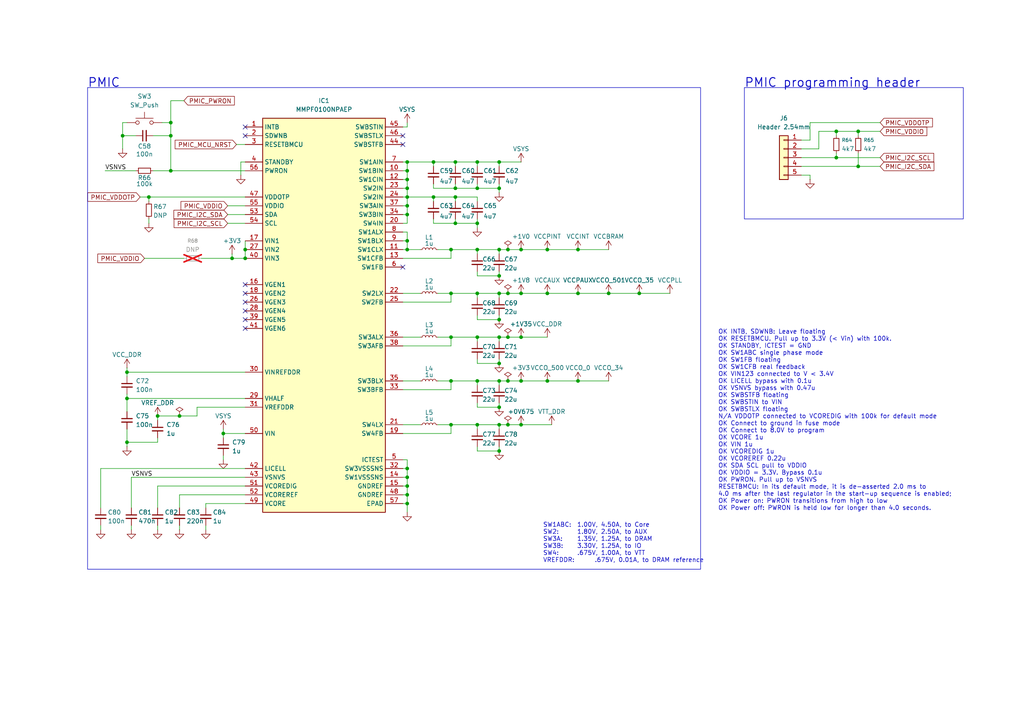
<source format=kicad_sch>
(kicad_sch (version 20250114) (generator "eeschema") (generator_version "9.0")
  (paper "A4")
  (title_block (title "FPGA Zynq7000 Dev Board") (date "2025-07-10") (rev "A"))
  (lib_symbols
    (symbol "Connector_Generic:Conn_01x05" (pin_names (offset 1.016) (hide yes))
      (property "Reference" "J" (at 0 7.62 0))
      (property "Value" "Conn_01x05" (at 0 -7.62 0))
      (symbol "Conn_01x05_1_1"
        (rectangle (start -1.27 6.35) (end 1.27 -6.35) (stroke (width 0.254)) (fill (type background)))
        (rectangle (start -1.27 5.207) (end 0 4.953) (stroke (width 0.1524)))
        (rectangle (start -1.27 2.667) (end 0 2.413) (stroke (width 0.1524)))
        (rectangle (start -1.27 0.127) (end 0 -0.127) (stroke (width 0.1524)))
        (rectangle (start -1.27 -2.413) (end 0 -2.667) (stroke (width 0.1524)))
        (rectangle (start -1.27 -4.953) (end 0 -5.207) (stroke (width 0.1524)))
        (pin passive line (at -5.08 5.08 0) (length 3.81) (name "Pin_1") (number "1"))
        (pin passive line (at -5.08 2.54 0) (length 3.81) (name "Pin_2") (number "2"))
        (pin passive line (at -5.08 0 0) (length 3.81) (name "Pin_3") (number "3"))
        (pin passive line (at -5.08 -2.54 0) (length 3.81) (name "Pin_4") (number "4"))
        (pin passive line (at -5.08 -5.08 0) (length 3.81) (name "Pin_5") (number "5"))
      )
    )
    (symbol "Custom:MMPF0100NPAEP"
      (property "Reference" "IC" (at 46.99 20.32 0))
      (property "Value" "MMPF0100NPAEP" (at 46.99 17.78 0))
      (symbol "MMPF0100NPAEP_1_1"
        (rectangle (start 0 0) (end 35.56 -114.3) (stroke (width 0.254)) (fill (type background)))
        (pin passive line (at -5.08 -2.54 0) (length 5.08) (name "INTB") (number "1"))
        (pin passive line (at -5.08 -5.08 0) (length 5.08) (name "SDWNB") (number "2"))
        (pin passive line (at -5.08 -7.62 0) (length 5.08) (name "RESETBMCU") (number "3"))
        (pin passive line (at -5.08 -12.7 0) (length 5.08) (name "STANDBY") (number "4"))
        (pin passive line (at -5.08 -15.24 0) (length 5.08) (name "PWRON") (number "56"))
        (pin passive line (at -5.08 -22.86 0) (length 5.08) (name "VDDOTP") (number "47"))
        (pin passive line (at -5.08 -25.4 0) (length 5.08) (name "VDDIO") (number "55"))
        (pin passive line (at -5.08 -27.94 0) (length 5.08) (name "SDA") (number "53"))
        (pin passive line (at -5.08 -30.48 0) (length 5.08) (name "SCL") (number "54"))
        (pin passive line (at -5.08 -35.56 0) (length 5.08) (name "VIN1") (number "17"))
        (pin passive line (at -5.08 -38.1 0) (length 5.08) (name "VIN2") (number "27"))
        (pin passive line (at -5.08 -40.64 0) (length 5.08) (name "VIN3") (number "40"))
        (pin passive line (at -5.08 -48.26 0) (length 5.08) (name "VGEN1") (number "16"))
        (pin passive line (at -5.08 -50.8 0) (length 5.08) (name "VGEN2") (number "18"))
        (pin passive line (at -5.08 -53.34 0) (length 5.08) (name "VGEN3") (number "26"))
        (pin passive line (at -5.08 -55.88 0) (length 5.08) (name "VGEN4") (number "28"))
        (pin passive line (at -5.08 -58.42 0) (length 5.08) (name "VGEN5") (number "39"))
        (pin passive line (at -5.08 -60.96 0) (length 5.08) (name "VGEN6") (number "41"))
        (pin passive line (at -5.08 -73.66 0) (length 5.08) (name "VINREFDDR") (number "30"))
        (pin passive line (at -5.08 -81.28 0) (length 5.08) (name "VHALF") (number "29"))
        (pin passive line (at -5.08 -83.82 0) (length 5.08) (name "VREFDDR") (number "31"))
        (pin passive line (at -5.08 -91.44 0) (length 5.08) (name "VIN") (number "50"))
        (pin passive line (at -5.08 -101.6 0) (length 5.08) (name "LICELL") (number "42"))
        (pin passive line (at -5.08 -104.14 0) (length 5.08) (name "VSNVS") (number "43"))
        (pin passive line (at -5.08 -106.68 0) (length 5.08) (name "VCOREDIG") (number "51"))
        (pin passive line (at -5.08 -109.22 0) (length 5.08) (name "VCOREREF") (number "52"))
        (pin passive line (at -5.08 -111.76 0) (length 5.08) (name "VCORE") (number "49"))
        (pin passive line (at 40.64 -2.54 180) (length 5.08) (name "SWBSTIN") (number "45"))
        (pin passive line (at 40.64 -5.08 180) (length 5.08) (name "SWBSTLX") (number "46"))
        (pin passive line (at 40.64 -7.62 180) (length 5.08) (name "SWBSTFB") (number "44"))
        (pin passive line (at 40.64 -12.7 180) (length 5.08) (name "SW1AIN") (number "7"))
        (pin passive line (at 40.64 -15.24 180) (length 5.08) (name "SW1BIN") (number "10"))
        (pin passive line (at 40.64 -17.78 180) (length 5.08) (name "SW1CIN") (number "12"))
        (pin passive line (at 40.64 -20.32 180) (length 5.08) (name "SW2IN") (number "23"))
        (pin passive line (at 40.64 -22.86 180) (length 5.08) (name "SW2IN") (number "24"))
        (pin passive line (at 40.64 -25.4 180) (length 5.08) (name "SW3AIN") (number "37"))
        (pin passive line (at 40.64 -27.94 180) (length 5.08) (name "SW3BIN") (number "34"))
        (pin passive line (at 40.64 -30.48 180) (length 5.08) (name "SW4IN") (number "20"))
        (pin passive line (at 40.64 -33.02 180) (length 5.08) (name "SW1ALX") (number "8"))
        (pin passive line (at 40.64 -35.56 180) (length 5.08) (name "SW1BLX") (number "9"))
        (pin passive line (at 40.64 -38.1 180) (length 5.08) (name "SW1CLX") (number "11"))
        (pin passive line (at 40.64 -40.64 180) (length 5.08) (name "SW1CFB") (number "13"))
        (pin passive line (at 40.64 -43.18 180) (length 5.08) (name "SW1FB") (number "6"))
        (pin passive line (at 40.64 -50.8 180) (length 5.08) (name "SW2LX") (number "22"))
        (pin passive line (at 40.64 -53.34 180) (length 5.08) (name "SW2FB") (number "25"))
        (pin passive line (at 40.64 -63.5 180) (length 5.08) (name "SW3ALX") (number "36"))
        (pin passive line (at 40.64 -66.04 180) (length 5.08) (name "SW3AFB") (number "38"))
        (pin passive line (at 40.64 -76.2 180) (length 5.08) (name "SW3BLX") (number "35"))
        (pin passive line (at 40.64 -78.74 180) (length 5.08) (name "SW3BFB") (number "33"))
        (pin passive line (at 40.64 -88.9 180) (length 5.08) (name "SW4LX") (number "21"))
        (pin passive line (at 40.64 -91.44 180) (length 5.08) (name "SW4FB") (number "19"))
        (pin passive line (at 40.64 -99.06 180) (length 5.08) (name "ICTEST") (number "5"))
        (pin passive line (at 40.64 -101.6 180) (length 5.08) (name "SW3VSSSNS") (number "32"))
        (pin passive line (at 40.64 -104.14 180) (length 5.08) (name "SW1VSSSNS") (number "14"))
        (pin passive line (at 40.64 -106.68 180) (length 5.08) (name "GNDREF") (number "15"))
        (pin passive line (at 40.64 -109.22 180) (length 5.08) (name "GNDREF") (number "48"))
        (pin passive line (at 40.64 -111.76 180) (length 5.08) (name "EPAD") (number "57"))
      )
    )
    (symbol "Device:C_Small" (pin_numbers (hide yes)) (pin_names (offset 0.254) (hide yes))
      (property "Reference" "C" (at 0.254 1.778 0))
      (property "Value" "C_Small" (at 0.254 -2.032 0))
      (symbol "C_Small_0_1"
        (polyline (pts (xy -1.524 0.508) (xy 1.524 0.508)) (stroke (width 0.3048)))
        (polyline (pts (xy -1.524 -0.508) (xy 1.524 -0.508)) (stroke (width 0.3302)))
      )
      (symbol "C_Small_1_1"
        (pin passive line (at 0 2.54 270) (length 2.032) (name "~") (number "1"))
        (pin passive line (at 0 -2.54 90) (length 2.032) (name "~") (number "2"))
      )
    )
    (symbol "Device:L_Small" (pin_numbers (hide yes)) (pin_names (offset 0.254) (hide yes))
      (property "Reference" "L" (at 0.762 1.016 0))
      (property "Value" "L_Small" (at 0.762 -1.016 0))
      (symbol "L_Small_0_1"
        (arc (start 0 2.032) (mid 0.5058 1.524) (end 0 1.016))
        (arc (start 0 1.016) (mid 0.5058 0.508) (end 0 0))
        (arc (start 0 0) (mid 0.5058 -0.508) (end 0 -1.016))
        (arc (start 0 -1.016) (mid 0.5058 -1.524) (end 0 -2.032))
      )
      (symbol "L_Small_1_1"
        (pin passive line (at 0 2.54 270) (length 0.508) (name "~") (number "1"))
        (pin passive line (at 0 -2.54 90) (length 0.508) (name "~") (number "2"))
      )
    )
    (symbol "Device:R_Small" (pin_numbers (hide yes)) (pin_names (offset 0.254) (hide yes))
      (property "Reference" "R" (at 0 0 90))
      (property "Value" "R_Small" (at 1.778 0 90))
      (symbol "R_Small_0_1"
        (rectangle (start -0.762 1.778) (end 0.762 -1.778) (stroke (width 0.2032)))
      )
      (symbol "R_Small_1_1"
        (pin passive line (at 0 2.54 270) (length 0.762) (name "~") (number "1"))
        (pin passive line (at 0 -2.54 90) (length 0.762) (name "~") (number "2"))
      )
    )
    (symbol "Switch:SW_Push" (pin_numbers (hide yes)) (pin_names (offset 1.016) (hide yes))
      (property "Reference" "SW" (at 1.27 2.54 0))
      (property "Value" "SW_Push" (at 0 -1.524 0))
      (symbol "SW_Push_0_1"
        (circle (center -2.032 0) (radius 0.508))
        (polyline (pts (xy 0 1.27) (xy 0 3.048)))
        (circle (center 2.032 0) (radius 0.508))
        (polyline (pts (xy 2.54 1.27) (xy -2.54 1.27)))
        (pin passive line (at -5.08 0 0) (length 2.54) (name "1") (number "1"))
        (pin passive line (at 5.08 0 180) (length 2.54) (name "2") (number "2"))
      )
    )
    (symbol "power:+1V0" (power) (pin_numbers (hide yes)) (pin_names (offset 0) (hide yes))
      (property "Value" "+1V0" (at 0 3.556 0))
      (symbol "+1V0_0_1"
        (polyline (pts (xy -0.762 1.27) (xy 0 2.54)))
        (polyline (pts (xy 0 2.54) (xy 0.762 1.27)))
        (polyline (pts (xy 0 0) (xy 0 2.54)))
      )
      (symbol "+1V0_1_1"
        (pin power_in line (at 0 0 90) (length 0) (name "~") (number "1"))
      )
    )
    (symbol "power:+3V3" (power) (pin_numbers (hide yes)) (pin_names (offset 0) (hide yes))
      (property "Value" "+3V3" (at 0 3.556 0))
      (symbol "+3V3_0_1"
        (polyline (pts (xy -0.762 1.27) (xy 0 2.54)))
        (polyline (pts (xy 0 2.54) (xy 0.762 1.27)))
        (polyline (pts (xy 0 0) (xy 0 2.54)))
      )
      (symbol "+3V3_1_1"
        (pin power_in line (at 0 0 90) (length 0) (name "~") (number "1"))
      )
    )
    (symbol "power:GND" (power) (pin_numbers (hide yes)) (pin_names (offset 0) (hide yes))
      (property "Value" "GND" (at 0 -3.81 0))
      (symbol "GND_0_1"
        (polyline (pts (xy 0 0) (xy 0 -1.27) (xy 1.27 -1.27) (xy 0 -2.54) (xy -1.27 -1.27) (xy 0 -1.27)))
      )
      (symbol "GND_1_1"
        (pin power_in line (at 0 0 270) (length 0) (name "~") (number "1"))
      )
    )
    (symbol "power:PWR_FLAG" (power) (pin_numbers (hide yes)) (pin_names (offset 0) (hide yes))
      (property "Value" "PWR_FLAG" (at 0 3.81 0))
      (symbol "PWR_FLAG_0_0"
        (pin power_out line (at 0 0 90) (length 0) (name "~") (number "1"))
      )
      (symbol "PWR_FLAG_0_1"
        (polyline (pts (xy 0 0) (xy 0 1.27) (xy -1.016 1.905) (xy 0 2.54) (xy 1.016 1.905) (xy 0 1.27)))
      )
    )
    (symbol "power:VCC" (power) (pin_numbers (hide yes)) (pin_names (offset 0) (hide yes))
      (property "Value" "VCC" (at 0 3.556 0))
      (symbol "VCC_0_1"
        (polyline (pts (xy -0.762 1.27) (xy 0 2.54)))
        (polyline (pts (xy 0 2.54) (xy 0.762 1.27)))
        (polyline (pts (xy 0 0) (xy 0 2.54)))
      )
      (symbol "VCC_1_1"
        (pin power_in line (at 0 0 90) (length 0) (name "~") (number "1"))
      )
    )
  )
  (rectangle (start 215.9 25.4) (end 279.4 63.5))
  (rectangle (start 25.4 25.4) (end 203.2 165.1))
  (text "PMIC programming header" (at 215.9 24.13 0) (effects (font (size 2.54 2.54) (thickness 0.254) (bold yes)) (justify left)))
  (text "OK INTB, SDWNB: Leave floating\nOK RESETBMCU. Pull up to 3.3V (< Vin) with 100k.\nOK STANDBY, ICTEST = GND \nOK SW1ABC single phase mode\nOK SW1FB floating\nOK SW1CFB real feedback\nOK VIN123 connected to V < 3.4V\nOK LICELL bypass with 0.1u\nOK VSNVS bypass with 0.47u\nOK SWBSTFB floating\nOK SWBSTIN to VIN\nOK SWBSTLX floating\nN/A VDDOTP connected to VCOREDIG with 100k for default mode\nOK Connect to ground in fuse mode\nOK Connect to 8.0V to program\nOK VCORE 1u\nOK VIN 1u\nOK VCOREDIG 1u\nOK VCOREREF 0.22u\nOK SDA SCL pull to VDDIO\nOK VDDIO = 3.3V. Bypass 0.1u\nOK PWRON. Pull up to VSNVS\nRESETBMCU: In its default mode, it is de-asserted 2.0 ms to \n4.0 ms after the last regulator in the start-up sequence is enabled;\nOK Power on: PWRON transitions from high to low\nOK Power off: PWRON is held low for longer than 4.0 seconds." (at 208.28 121.92 0) (effects (font (size 1.27 1.27)) (justify left)))
  (text "PMIC" (at 25.4 24.13 0) (effects (font (size 2.54 2.54) (thickness 0.254) (bold yes)) (justify left)))
  (text "SW1ABC:	1.00V, 4.50A, to Core\nSW2:	1.80V, 2.50A, to AUX\nSW3A:	1.35V, 1.25A, to DRAM\nSW3B:	3.30V, 1.25A, to IO\nSW4:	.675V, 1.00A, to VTT\nVREFDDR:	.675V, 0.01A, to DRAM reference" (at 157.48 157.48 0) (effects (font (size 1.27 1.27)) (justify left)))
  (junction (at 176.53 85.09))
  (junction (at 118.11 69.85))
  (junction (at 144.78 72.39))
  (junction (at 167.64 85.09))
  (junction (at 158.75 85.09))
  (junction (at 125.73 57.15))
  (junction (at 36.83 128.27))
  (junction (at 138.43 54.61))
  (junction (at 167.64 72.39))
  (junction (at 130.81 110.49))
  (junction (at 49.53 49.53))
  (junction (at 242.57 45.72))
  (junction (at 138.43 72.39))
  (junction (at 138.43 110.49))
  (junction (at 144.78 110.49))
  (junction (at 151.13 72.39))
  (junction (at 49.53 39.37))
  (junction (at 132.08 46.99))
  (junction (at 36.83 107.95))
  (junction (at 118.11 57.15))
  (junction (at 144.78 54.61))
  (junction (at 125.73 46.99))
  (junction (at 71.12 72.39))
  (junction (at 118.11 52.07))
  (junction (at 144.78 85.09))
  (junction (at 130.81 85.09))
  (junction (at 144.78 118.11))
  (junction (at 36.83 115.57))
  (junction (at 43.18 57.15))
  (junction (at 130.81 123.19))
  (junction (at 118.11 72.39))
  (junction (at 144.78 46.99))
  (junction (at 151.13 110.49))
  (junction (at 118.11 143.51))
  (junction (at 147.32 110.49))
  (junction (at 132.08 64.77))
  (junction (at 144.78 130.81))
  (junction (at 118.11 146.05))
  (junction (at 144.78 80.01))
  (junction (at 138.43 46.99))
  (junction (at 118.11 138.43))
  (junction (at 151.13 85.09))
  (junction (at 144.78 92.71))
  (junction (at 144.78 123.19))
  (junction (at 64.77 125.73))
  (junction (at 147.32 123.19))
  (junction (at 151.13 97.79))
  (junction (at 35.56 39.37))
  (junction (at 71.12 74.93))
  (junction (at 158.75 72.39))
  (junction (at 242.57 38.1))
  (junction (at 151.13 123.19))
  (junction (at 144.78 105.41))
  (junction (at 138.43 123.19))
  (junction (at 138.43 97.79))
  (junction (at 138.43 85.09))
  (junction (at 118.11 135.89))
  (junction (at 130.81 97.79))
  (junction (at 52.07 120.65))
  (junction (at 67.31 74.93))
  (junction (at 45.72 120.65))
  (junction (at 147.32 85.09))
  (junction (at 130.81 72.39))
  (junction (at 118.11 46.99))
  (junction (at 118.11 140.97))
  (junction (at 118.11 54.61))
  (junction (at 118.11 59.69))
  (junction (at 147.32 97.79))
  (junction (at 118.11 49.53))
  (junction (at 185.42 85.09))
  (junction (at 132.08 57.15))
  (junction (at 49.53 35.56))
  (junction (at 248.92 48.26))
  (junction (at 144.78 97.79))
  (junction (at 132.08 54.61))
  (junction (at 147.32 72.39))
  (junction (at 138.43 64.77))
  (junction (at 167.64 110.49))
  (junction (at 118.11 62.23))
  (junction (at 158.75 110.49))
  (junction (at 248.92 38.1))
  (no_connect (at 71.12 95.25))
  (no_connect (at 71.12 39.37))
  (no_connect (at 71.12 36.83))
  (no_connect (at 71.12 82.55))
  (no_connect (at 71.12 87.63))
  (no_connect (at 71.12 85.09))
  (no_connect (at 116.84 77.47))
  (no_connect (at 71.12 90.17))
  (no_connect (at 116.84 39.37))
  (no_connect (at 116.84 41.91))
  (no_connect (at 71.12 92.71))
  (wire (pts (xy 138.43 104.14) (xy 138.43 105.41)))
  (wire (pts (xy 43.18 57.15) (xy 43.18 58.42)))
  (wire (pts (xy 242.57 44.45) (xy 242.57 45.72)))
  (wire (pts (xy 38.1 138.43) (xy 38.1 147.32)))
  (wire (pts (xy 138.43 64.77) (xy 132.08 64.77)))
  (wire (pts (xy 138.43 80.01) (xy 144.78 80.01)))
  (wire (pts (xy 130.81 100.33) (xy 130.81 97.79)))
  (wire (pts (xy 59.69 147.32) (xy 59.69 146.05)))
  (wire (pts (xy 116.84 54.61) (xy 118.11 54.61)))
  (wire (pts (xy 130.81 97.79) (xy 138.43 97.79)))
  (wire (pts (xy 144.78 72.39) (xy 144.78 73.66)))
  (wire (pts (xy 116.84 125.73) (xy 130.81 125.73)))
  (wire (pts (xy 118.11 146.05) (xy 118.11 143.51)))
  (wire (pts (xy 52.07 152.4) (xy 52.07 153.67)))
  (wire (pts (xy 118.11 133.35) (xy 118.11 135.89)))
  (wire (pts (xy 118.11 36.83) (xy 116.84 36.83)))
  (wire (pts (xy 151.13 72.39) (xy 147.32 72.39)))
  (wire (pts (xy 116.84 87.63) (xy 130.81 87.63)))
  (wire (pts (xy 57.15 120.65) (xy 57.15 118.11)))
  (wire (pts (xy 144.78 46.99) (xy 144.78 48.26)))
  (wire (pts (xy 132.08 57.15) (xy 138.43 57.15)))
  (wire (pts (xy 138.43 72.39) (xy 144.78 72.39)))
  (wire (pts (xy 116.84 85.09) (xy 121.92 85.09)))
  (wire (pts (xy 35.56 39.37) (xy 35.56 43.18)))
  (wire (pts (xy 29.21 152.4) (xy 29.21 153.67)))
  (wire (pts (xy 242.57 38.1) (xy 248.92 38.1)))
  (wire (pts (xy 176.53 85.09) (xy 185.42 85.09)))
  (wire (pts (xy 132.08 46.99) (xy 132.08 48.26)))
  (wire (pts (xy 118.11 148.59) (xy 118.11 146.05)))
  (wire (pts (xy 44.45 39.37) (xy 49.53 39.37)))
  (wire (pts (xy 138.43 116.84) (xy 138.43 118.11)))
  (wire (pts (xy 53.34 29.21) (xy 49.53 29.21)))
  (wire (pts (xy 116.84 113.03) (xy 130.81 113.03)))
  (wire (pts (xy 138.43 64.77) (xy 138.43 66.04)))
  (wire (pts (xy 66.04 64.77) (xy 71.12 64.77)))
  (wire (pts (xy 234.95 50.8) (xy 232.41 50.8)))
  (wire (pts (xy 116.84 138.43) (xy 118.11 138.43)))
  (wire (pts (xy 116.84 72.39) (xy 118.11 72.39)))
  (wire (pts (xy 237.49 38.1) (xy 242.57 38.1)))
  (wire (pts (xy 116.84 123.19) (xy 121.92 123.19)))
  (wire (pts (xy 125.73 57.15) (xy 132.08 57.15)))
  (wire (pts (xy 52.07 120.65) (xy 57.15 120.65)))
  (wire (pts (xy 118.11 57.15) (xy 125.73 57.15)))
  (wire (pts (xy 66.04 62.23) (xy 71.12 62.23)))
  (wire (pts (xy 138.43 85.09) (xy 138.43 86.36)))
  (wire (pts (xy 127 72.39) (xy 130.81 72.39)))
  (wire (pts (xy 116.84 49.53) (xy 118.11 49.53)))
  (wire (pts (xy 130.81 74.93) (xy 130.81 72.39)))
  (wire (pts (xy 138.43 129.54) (xy 138.43 130.81)))
  (wire (pts (xy 64.77 124.46) (xy 64.77 125.73)))
  (wire (pts (xy 45.72 147.32) (xy 45.72 140.97)))
  (wire (pts (xy 144.78 104.14) (xy 144.78 105.41)))
  (wire (pts (xy 127 85.09) (xy 130.81 85.09)))
  (wire (pts (xy 71.12 135.89) (xy 29.21 135.89)))
  (wire (pts (xy 49.53 35.56) (xy 49.53 39.37)))
  (wire (pts (xy 118.11 143.51) (xy 118.11 140.97)))
  (wire (pts (xy 144.78 110.49) (xy 144.78 111.76)))
  (wire (pts (xy 30.48 49.53) (xy 39.37 49.53)))
  (wire (pts (xy 138.43 46.99) (xy 138.43 48.26)))
  (wire (pts (xy 118.11 57.15) (xy 118.11 59.69)))
  (wire (pts (xy 36.83 107.95) (xy 36.83 109.22)))
  (wire (pts (xy 167.64 110.49) (xy 176.53 110.49)))
  (wire (pts (xy 144.78 123.19) (xy 144.78 124.46)))
  (wire (pts (xy 147.32 97.79) (xy 144.78 97.79)))
  (wire (pts (xy 36.83 128.27) (xy 45.72 128.27)))
  (wire (pts (xy 151.13 123.19) (xy 160.02 123.19)))
  (wire (pts (xy 132.08 64.77) (xy 125.73 64.77)))
  (wire (pts (xy 127 123.19) (xy 130.81 123.19)))
  (wire (pts (xy 36.83 124.46) (xy 36.83 128.27)))
  (wire (pts (xy 242.57 45.72) (xy 255.27 45.72)))
  (wire (pts (xy 116.84 46.99) (xy 118.11 46.99)))
  (wire (pts (xy 232.41 45.72) (xy 242.57 45.72)))
  (wire (pts (xy 64.77 127) (xy 64.77 125.73)))
  (wire (pts (xy 138.43 110.49) (xy 144.78 110.49)))
  (wire (pts (xy 116.84 52.07) (xy 118.11 52.07)))
  (wire (pts (xy 138.43 92.71) (xy 144.78 92.71)))
  (wire (pts (xy 138.43 110.49) (xy 138.43 111.76)))
  (wire (pts (xy 138.43 72.39) (xy 138.43 73.66)))
  (wire (pts (xy 66.04 59.69) (xy 71.12 59.69)))
  (wire (pts (xy 118.11 62.23) (xy 118.11 64.77)))
  (wire (pts (xy 138.43 46.99) (xy 144.78 46.99)))
  (wire (pts (xy 130.81 87.63) (xy 130.81 85.09)))
  (wire (pts (xy 158.75 85.09) (xy 167.64 85.09)))
  (wire (pts (xy 46.99 35.56) (xy 49.53 35.56)))
  (wire (pts (xy 49.53 39.37) (xy 49.53 49.53)))
  (wire (pts (xy 132.08 63.5) (xy 132.08 64.77)))
  (wire (pts (xy 118.11 54.61) (xy 118.11 57.15)))
  (wire (pts (xy 116.84 57.15) (xy 118.11 57.15)))
  (wire (pts (xy 45.72 121.92) (xy 45.72 120.65)))
  (wire (pts (xy 158.75 72.39) (xy 167.64 72.39)))
  (wire (pts (xy 151.13 97.79) (xy 158.75 97.79)))
  (wire (pts (xy 130.81 125.73) (xy 130.81 123.19)))
  (wire (pts (xy 59.69 152.4) (xy 59.69 153.67)))
  (wire (pts (xy 116.84 59.69) (xy 118.11 59.69)))
  (wire (pts (xy 118.11 140.97) (xy 118.11 138.43)))
  (wire (pts (xy 118.11 46.99) (xy 118.11 49.53)))
  (wire (pts (xy 116.84 100.33) (xy 130.81 100.33)))
  (wire (pts (xy 35.56 35.56) (xy 36.83 35.56)))
  (wire (pts (xy 52.07 147.32) (xy 52.07 143.51)))
  (wire (pts (xy 151.13 97.79) (xy 147.32 97.79)))
  (wire (pts (xy 125.73 46.99) (xy 132.08 46.99)))
  (wire (pts (xy 116.84 62.23) (xy 118.11 62.23)))
  (wire (pts (xy 59.69 146.05) (xy 71.12 146.05)))
  (wire (pts (xy 138.43 85.09) (xy 144.78 85.09)))
  (wire (pts (xy 237.49 38.1) (xy 237.49 43.18)))
  (wire (pts (xy 144.78 110.49) (xy 147.32 110.49)))
  (wire (pts (xy 185.42 85.09) (xy 194.31 85.09)))
  (wire (pts (xy 144.78 97.79) (xy 144.78 99.06)))
  (wire (pts (xy 144.78 85.09) (xy 144.78 86.36)))
  (wire (pts (xy 118.11 69.85) (xy 118.11 72.39)))
  (wire (pts (xy 158.75 110.49) (xy 167.64 110.49)))
  (wire (pts (xy 151.13 85.09) (xy 147.32 85.09)))
  (wire (pts (xy 36.83 128.27) (xy 36.83 129.54)))
  (wire (pts (xy 38.1 152.4) (xy 38.1 153.67)))
  (wire (pts (xy 52.07 143.51) (xy 71.12 143.51)))
  (wire (pts (xy 36.83 107.95) (xy 71.12 107.95)))
  (wire (pts (xy 45.72 152.4) (xy 45.72 153.67)))
  (wire (pts (xy 41.91 74.93) (xy 53.34 74.93)))
  (wire (pts (xy 36.83 115.57) (xy 71.12 115.57)))
  (wire (pts (xy 36.83 106.68) (xy 36.83 107.95)))
  (wire (pts (xy 147.32 85.09) (xy 144.78 85.09)))
  (wire (pts (xy 125.73 54.61) (xy 125.73 53.34)))
  (wire (pts (xy 38.1 138.43) (xy 71.12 138.43)))
  (wire (pts (xy 144.78 78.74) (xy 144.78 80.01)))
  (wire (pts (xy 116.84 64.77) (xy 118.11 64.77)))
  (wire (pts (xy 232.41 43.18) (xy 237.49 43.18)))
  (wire (pts (xy 144.78 46.99) (xy 151.13 46.99)))
  (wire (pts (xy 151.13 110.49) (xy 158.75 110.49)))
  (wire (pts (xy 67.31 74.93) (xy 67.31 73.66)))
  (wire (pts (xy 36.83 115.57) (xy 36.83 119.38)))
  (wire (pts (xy 116.84 146.05) (xy 118.11 146.05)))
  (wire (pts (xy 67.31 74.93) (xy 71.12 74.93)))
  (wire (pts (xy 71.12 72.39) (xy 71.12 74.93)))
  (wire (pts (xy 127 97.79) (xy 130.81 97.79)))
  (wire (pts (xy 45.72 128.27) (xy 45.72 127)))
  (wire (pts (xy 116.84 97.79) (xy 121.92 97.79)))
  (wire (pts (xy 116.84 67.31) (xy 118.11 67.31)))
  (wire (pts (xy 43.18 63.5) (xy 43.18 64.77)))
  (wire (pts (xy 232.41 48.26) (xy 248.92 48.26)))
  (wire (pts (xy 151.13 85.09) (xy 158.75 85.09)))
  (wire (pts (xy 71.12 72.39) (xy 71.12 69.85)))
  (wire (pts (xy 248.92 48.26) (xy 255.27 48.26)))
  (wire (pts (xy 118.11 72.39) (xy 121.92 72.39)))
  (wire (pts (xy 40.64 57.15) (xy 43.18 57.15)))
  (wire (pts (xy 36.83 114.3) (xy 36.83 115.57)))
  (wire (pts (xy 49.53 49.53) (xy 71.12 49.53)))
  (wire (pts (xy 68.58 41.91) (xy 71.12 41.91)))
  (wire (pts (xy 118.11 59.69) (xy 118.11 62.23)))
  (wire (pts (xy 130.81 113.03) (xy 130.81 110.49)))
  (wire (pts (xy 151.13 72.39) (xy 158.75 72.39)))
  (wire (pts (xy 147.32 110.49) (xy 151.13 110.49)))
  (wire (pts (xy 130.81 110.49) (xy 138.43 110.49)))
  (wire (pts (xy 248.92 44.45) (xy 248.92 48.26)))
  (wire (pts (xy 138.43 54.61) (xy 144.78 54.61)))
  (wire (pts (xy 167.64 85.09) (xy 176.53 85.09)))
  (wire (pts (xy 116.84 143.51) (xy 118.11 143.51)))
  (wire (pts (xy 116.84 110.49) (xy 121.92 110.49)))
  (wire (pts (xy 44.45 49.53) (xy 49.53 49.53)))
  (wire (pts (xy 116.84 140.97) (xy 118.11 140.97)))
  (wire (pts (xy 138.43 123.19) (xy 144.78 123.19)))
  (wire (pts (xy 138.43 91.44) (xy 138.43 92.71)))
  (wire (pts (xy 144.78 116.84) (xy 144.78 118.11)))
  (wire (pts (xy 144.78 91.44) (xy 144.78 92.71)))
  (wire (pts (xy 35.56 35.56) (xy 35.56 39.37)))
  (wire (pts (xy 125.73 46.99) (xy 125.73 48.26)))
  (wire (pts (xy 167.64 72.39) (xy 176.53 72.39)))
  (wire (pts (xy 138.43 123.19) (xy 138.43 124.46)))
  (wire (pts (xy 138.43 54.61) (xy 132.08 54.61)))
  (wire (pts (xy 234.95 52.07) (xy 234.95 50.8)))
  (wire (pts (xy 132.08 53.34) (xy 132.08 54.61)))
  (wire (pts (xy 138.43 53.34) (xy 138.43 54.61)))
  (wire (pts (xy 57.15 118.11) (xy 71.12 118.11)))
  (wire (pts (xy 138.43 130.81) (xy 144.78 130.81)))
  (wire (pts (xy 130.81 72.39) (xy 138.43 72.39)))
  (wire (pts (xy 255.27 38.1) (xy 248.92 38.1)))
  (wire (pts (xy 132.08 57.15) (xy 132.08 58.42)))
  (wire (pts (xy 234.95 35.56) (xy 234.95 40.64)))
  (wire (pts (xy 118.11 52.07) (xy 118.11 54.61)))
  (wire (pts (xy 151.13 123.19) (xy 147.32 123.19)))
  (wire (pts (xy 234.95 40.64) (xy 232.41 40.64)))
  (wire (pts (xy 118.11 135.89) (xy 116.84 135.89)))
  (wire (pts (xy 49.53 29.21) (xy 49.53 35.56)))
  (wire (pts (xy 242.57 38.1) (xy 242.57 39.37)))
  (wire (pts (xy 64.77 125.73) (xy 71.12 125.73)))
  (wire (pts (xy 248.92 38.1) (xy 248.92 39.37)))
  (wire (pts (xy 144.78 54.61) (xy 144.78 55.88)))
  (wire (pts (xy 138.43 58.42) (xy 138.43 57.15)))
  (wire (pts (xy 64.77 132.08) (xy 64.77 133.35)))
  (wire (pts (xy 147.32 123.19) (xy 144.78 123.19)))
  (wire (pts (xy 125.73 57.15) (xy 125.73 58.42)))
  (wire (pts (xy 69.85 46.99) (xy 71.12 46.99)))
  (wire (pts (xy 45.72 140.97) (xy 71.12 140.97)))
  (wire (pts (xy 255.27 35.56) (xy 234.95 35.56)))
  (wire (pts (xy 116.84 69.85) (xy 118.11 69.85)))
  (wire (pts (xy 138.43 63.5) (xy 138.43 64.77)))
  (wire (pts (xy 138.43 78.74) (xy 138.43 80.01)))
  (wire (pts (xy 147.32 72.39) (xy 144.78 72.39)))
  (wire (pts (xy 130.81 123.19) (xy 138.43 123.19)))
  (wire (pts (xy 132.08 46.99) (xy 138.43 46.99)))
  (wire (pts (xy 118.11 46.99) (xy 125.73 46.99)))
  (wire (pts (xy 118.11 35.56) (xy 118.11 36.83)))
  (wire (pts (xy 29.21 135.89) (xy 29.21 147.32)))
  (wire (pts (xy 116.84 133.35) (xy 118.11 133.35)))
  (wire (pts (xy 118.11 138.43) (xy 118.11 135.89)))
  (wire (pts (xy 118.11 49.53) (xy 118.11 52.07)))
  (wire (pts (xy 138.43 97.79) (xy 144.78 97.79)))
  (wire (pts (xy 138.43 118.11) (xy 144.78 118.11)))
  (wire (pts (xy 35.56 39.37) (xy 39.37 39.37)))
  (wire (pts (xy 69.85 50.8) (xy 69.85 46.99)))
  (wire (pts (xy 45.72 120.65) (xy 52.07 120.65)))
  (wire (pts (xy 58.42 74.93) (xy 67.31 74.93)))
  (wire (pts (xy 43.18 57.15) (xy 71.12 57.15)))
  (wire (pts (xy 127 110.49) (xy 130.81 110.49)))
  (wire (pts (xy 132.08 54.61) (xy 125.73 54.61)))
  (wire (pts (xy 130.81 85.09) (xy 138.43 85.09)))
  (wire (pts (xy 138.43 105.41) (xy 144.78 105.41)))
  (wire (pts (xy 116.84 74.93) (xy 130.81 74.93)))
  (wire (pts (xy 118.11 67.31) (xy 118.11 69.85)))
  (wire (pts (xy 125.73 64.77) (xy 125.73 63.5)))
  (wire (pts (xy 138.43 97.79) (xy 138.43 99.06)))
  (wire (pts (xy 144.78 53.34) (xy 144.78 54.61)))
  (wire (pts (xy 144.78 129.54) (xy 144.78 130.81)))
  (label "VSNVS" (at 30.48 49.53 0))
  (label "VSNVS" (at 38.1 138.43 0))
  (global_label "PMIC_MCU_NRST" (shape input) (at 68.58 41.91 180) (property "Intersheetrefs" "${INTERSHEET_REFS}" (effects (hide yes))))
  (global_label "PMIC_I2C_SDA" (shape input) (at 255.27 48.26 0) (property "Intersheetrefs" "${INTERSHEET_REFS}" (effects (hide yes))))
  (global_label "PMIC_VDDIO" (shape input) (at 41.91 74.93 180) (property "Intersheetrefs" "${INTERSHEET_REFS}" (effects (hide yes))))
  (global_label "PMIC_I2C_SCL" (shape input) (at 255.27 45.72 0) (property "Intersheetrefs" "${INTERSHEET_REFS}" (effects (hide yes))))
  (global_label "PMIC_VDDOTP" (shape input) (at 255.27 35.56 0) (property "Intersheetrefs" "${INTERSHEET_REFS}" (effects (hide yes))))
  (global_label "PMIC_VDDIO" (shape input) (at 255.27 38.1 0) (property "Intersheetrefs" "${INTERSHEET_REFS}" (effects (hide yes))))
  (global_label "PMIC_VDDIO" (shape input) (at 66.04 59.69 180) (property "Intersheetrefs" "${INTERSHEET_REFS}" (effects (hide yes))))
  (global_label "PMIC_I2C_SDA" (shape input) (at 66.04 62.23 180) (property "Intersheetrefs" "${INTERSHEET_REFS}" (effects (hide yes))))
  (global_label "PMIC_VDDOTP" (shape input) (at 40.64 57.15 180) (property "Intersheetrefs" "${INTERSHEET_REFS}" (effects (hide yes))))
  (global_label "PMIC_I2C_SCL" (shape input) (at 66.04 64.77 180) (property "Intersheetrefs" "${INTERSHEET_REFS}" (effects (hide yes))))
  (global_label "PMIC_PWRON" (shape input) (at 53.34 29.21 0) (property "Intersheetrefs" "${INTERSHEET_REFS}" (effects (hide yes))))
  (symbol (lib_id "Device:R_Small") (at 43.18 60.96 0) (mirror y) (unit 1)
    (property "Reference" "R67" (at 44.45 59.944 0) (effects (justify right)))
    (property "Value" "DNP" (at 44.45 62.484 0) (effects (justify right)))
    (property "Footprint" "Resistor_SMD:R_0402_1005Metric" (effects (hide yes)))
    (property "Description" "Resistor, small symbol" (effects (hide yes)))
  )
  (symbol (lib_id "power:+1V0") (at 151.13 110.49 0) (unit 1)
    (property "Reference" "#PWR095" (effects (hide yes)))
    (property "Value" "+3V3" (at 151.13 106.68 0))
    (property "Description" "Power symbol creates a global label with name \"+1V0\"" (effects (hide yes)))
  )
  (symbol (lib_id "power:GND") (at 138.43 66.04 0) (unit 1)
    (property "Reference" "#PWR077" (effects (hide yes)))
    (property "Value" "GND" (effects (hide yes)))
    (property "Description" "Power symbol creates a global label with name \"GND\" , ground" (effects (hide yes)))
  )
  (symbol (lib_id "Device:C_Small") (at 144.78 114.3 0) (unit 1)
    (property "Reference" "C74" (at 146.2572 113.2914 0) (effects (justify left)))
    (property "Value" "22u" (at 146.2572 115.8314 0) (effects (justify left)))
    (property "Footprint" "Capacitor_SMD:C_0603_1608Metric" (effects (hide yes)))
    (property "Description" "Unpolarized capacitor, small symbol" (effects (hide yes)))
  )
  (symbol (lib_id "Switch:SW_Push") (at 41.91 35.56 0) (unit 1)
    (property "Reference" "SW3" (at 41.91 27.94 0))
    (property "Value" "SW_Push" (at 41.91 30.48 0))
    (property "Footprint" "Button_Switch_SMD:SW_Push_1P1T_NO_Vertical_Wuerth_434133025816" (effects (hide yes)))
    (property "Description" "Push button switch, generic, two pins" (effects (hide yes)))
  )
  (symbol (lib_id "power:+1V0") (at 151.13 72.39 0) (unit 1)
    (property "Reference" "#PWR078" (effects (hide yes)))
    (property "Value" "+1V0" (at 151.13 68.58 0))
    (property "Description" "Power symbol creates a global label with name \"+1V0\"" (effects (hide yes)))
  )
  (symbol (lib_id "power:GND") (at 144.78 130.81 0) (unit 1)
    (property "Reference" "#PWR0105" (effects (hide yes)))
    (property "Value" "GND" (effects (hide yes)))
    (property "Description" "Power symbol creates a global label with name \"GND\" , ground" (effects (hide yes)))
  )
  (symbol (lib_id "power:+1V0") (at 160.02 123.19 0) (unit 1)
    (property "Reference" "#PWR0102" (effects (hide yes)))
    (property "Value" "VTT_DDR" (at 160.02 119.38 0))
    (property "Description" "Power symbol creates a global label with name \"+1V0\"" (effects (hide yes)))
  )
  (symbol (lib_id "Device:C_Small") (at 132.08 50.8 0) (unit 1)
    (property "Reference" "C60" (at 133.858 49.53 0) (effects (justify left)))
    (property "Value" "4u7" (at 133.858 52.578 0) (effects (justify left)))
    (property "Footprint" "Capacitor_SMD:C_0402_1005Metric" (effects (hide yes)))
    (property "Description" "Unpolarized capacitor, small symbol" (effects (hide yes)))
  )
  (symbol (lib_id "Device:L_Small") (at 124.46 123.19 90) (unit 1)
    (property "Reference" "L5" (at 124.46 119.634 90))
    (property "Value" "1u" (at 124.46 121.412 90))
    (property "Footprint" "Inductor_SMD:L_Chilisin_BMRA00040420" (effects (hide yes)))
    (property "Description" "Inductor, small symbol" (effects (hide yes)))
  )
  (symbol (lib_id "power:PWR_FLAG") (at 147.32 110.49 0) (unit 1)
    (property "Reference" "#FLG07" (effects (hide yes)))
    (property "Value" "PWR_FLAG" (effects (hide yes)))
    (property "Description" "Special symbol for telling ERC where power comes from" (effects (hide yes)))
  )
  (symbol (lib_id "power:GND") (at 144.78 92.71 0) (unit 1)
    (property "Reference" "#PWR090" (effects (hide yes)))
    (property "Value" "GND" (effects (hide yes)))
    (property "Description" "Power symbol creates a global label with name \"GND\" , ground" (effects (hide yes)))
  )
  (symbol (lib_id "power:+1V0") (at 194.31 85.09 0) (unit 1)
    (property "Reference" "#PWR089" (effects (hide yes)))
    (property "Value" "VCCPLL" (at 194.31 81.28 0))
    (property "Description" "Power symbol creates a global label with name \"+1V0\"" (effects (hide yes)))
  )
  (symbol (lib_id "Device:C_Small") (at 138.43 88.9 0) (unit 1)
    (property "Reference" "C68" (at 139.9072 87.8914 0) (effects (justify left)))
    (property "Value" "22u" (at 139.9072 90.4314 0) (effects (justify left)))
    (property "Footprint" "Capacitor_SMD:C_0603_1608Metric" (effects (hide yes)))
    (property "Description" "Unpolarized capacitor, small symbol" (effects (hide yes)))
  )
  (symbol (lib_id "Device:C_Small") (at 138.43 76.2 0) (unit 1)
    (property "Reference" "C66" (at 139.9072 75.1914 0) (effects (justify left)))
    (property "Value" "22u" (at 139.9072 77.7314 0) (effects (justify left)))
    (property "Footprint" "Capacitor_SMD:C_0603_1608Metric" (effects (hide yes)))
    (property "Description" "Unpolarized capacitor, small symbol" (effects (hide yes)))
  )
  (symbol (lib_id "power:GND") (at 234.95 52.07 0) (unit 1)
    (property "Reference" "#PWR074" (effects (hide yes)))
    (property "Value" "GND" (effects (hide yes)))
    (property "Description" "Power symbol creates a global label with name \"GND\" , ground" (effects (hide yes)))
  )
  (symbol (lib_id "power:GND") (at 38.1 153.67 0) (unit 1)
    (property "Reference" "#PWR0109" (effects (hide yes)))
    (property "Value" "GND" (effects (hide yes)))
    (property "Description" "Power symbol creates a global label with name \"GND\" , ground" (effects (hide yes)))
  )
  (symbol (lib_id "power:VCC") (at 151.13 46.99 0) (unit 1)
    (property "Reference" "#PWR072" (effects (hide yes)))
    (property "Value" "VSYS" (at 151.13 43.18 0))
    (property "Description" "Power symbol creates a global label with name \"VCC\"" (effects (hide yes)))
  )
  (symbol (lib_id "power:+1V0") (at 151.13 123.19 0) (unit 1)
    (property "Reference" "#PWR0101" (effects (hide yes)))
    (property "Value" "+0V675" (at 151.13 119.38 0))
    (property "Description" "Power symbol creates a global label with name \"+1V0\"" (effects (hide yes)))
  )
  (symbol (lib_id "power:+1V0") (at 176.53 72.39 0) (unit 1)
    (property "Reference" "#PWR081" (effects (hide yes)))
    (property "Value" "VCCBRAM" (at 176.53 68.58 0))
    (property "Description" "Power symbol creates a global label with name \"+1V0\"" (effects (hide yes)))
  )
  (symbol (lib_id "Connector_Generic:Conn_01x05") (at 227.33 45.72 0) (mirror y) (unit 1)
    (property "Reference" "J6" (at 227.33 34.29 0))
    (property "Value" "Header 2.54mm" (at 227.33 36.83 0))
    (property "Footprint" "Connector_PinHeader_2.54mm:PinHeader_1x05_P2.54mm_Vertical" (effects (hide yes)))
    (property "Description" "Generic connector, single row, 01x05, script generated (kicad-library-utils/schlib/autogen/connector/)" (effects (hide yes)))
  )
  (symbol (lib_id "Device:R_Small") (at 41.91 49.53 90) (unit 1)
    (property "Reference" "R66" (at 41.91 51.562 90))
    (property "Value" "100k" (at 41.91 53.34 90))
    (property "Footprint" "Resistor_SMD:R_0402_1005Metric" (effects (hide yes)))
    (property "Description" "Resistor, small symbol" (effects (hide yes)))
  )
  (symbol (lib_id "power:+1V0") (at 158.75 85.09 0) (unit 1)
    (property "Reference" "#PWR085" (effects (hide yes)))
    (property "Value" "VCCAUX" (at 158.75 81.28 0))
    (property "Description" "Power symbol creates a global label with name \"+1V0\"" (effects (hide yes)))
  )
  (symbol (lib_id "Device:C_Small") (at 41.91 39.37 90) (unit 1)
    (property "Reference" "C58" (at 41.91 42.418 90))
    (property "Value" "100n" (at 41.91 44.704 90))
    (property "Footprint" "Capacitor_SMD:C_0402_1005Metric" (effects (hide yes)))
    (property "Description" "Unpolarized capacitor, small symbol" (effects (hide yes)))
  )
  (symbol (lib_id "Device:C_Small") (at 38.1 149.86 0) (unit 1)
    (property "Reference" "C81" (at 40.132 148.59 0) (effects (justify left)))
    (property "Value" "470n" (at 40.132 151.13 0) (effects (justify left)))
    (property "Footprint" "Capacitor_SMD:C_0402_1005Metric" (effects (hide yes)))
    (property "Description" "Unpolarized capacitor, small symbol" (effects (hide yes)))
  )
  (symbol (lib_id "Device:C_Small") (at 52.07 149.86 0) (unit 1)
    (property "Reference" "C83" (at 54.102 148.59 0) (effects (justify left)))
    (property "Value" "220n" (at 54.102 151.13 0) (effects (justify left)))
    (property "Footprint" "Capacitor_SMD:C_0402_1005Metric" (effects (hide yes)))
    (property "Description" "Unpolarized capacitor, small symbol" (effects (hide yes)))
  )
  (symbol (lib_id "Device:C_Small") (at 138.43 114.3 0) (unit 1)
    (property "Reference" "C73" (at 139.9072 113.2914 0) (effects (justify left)))
    (property "Value" "22u" (at 139.9072 115.8314 0) (effects (justify left)))
    (property "Footprint" "Capacitor_SMD:C_0603_1608Metric" (effects (hide yes)))
    (property "Description" "Unpolarized capacitor, small symbol" (effects (hide yes)))
  )
  (symbol (lib_id "power:GND") (at 59.69 153.67 0) (unit 1)
    (property "Reference" "#PWR0112" (effects (hide yes)))
    (property "Value" "GND" (effects (hide yes)))
    (property "Description" "Power symbol creates a global label with name \"GND\" , ground" (effects (hide yes)))
  )
  (symbol (lib_id "Device:C_Small") (at 45.72 124.46 0) (unit 1)
    (property "Reference" "C76" (at 48.26 123.19 0) (effects (justify left)))
    (property "Value" "1u" (at 48.26 125.73 0) (effects (justify left)))
    (property "Footprint" "Capacitor_SMD:C_0402_1005Metric" (effects (hide yes)))
    (property "Description" "Unpolarized capacitor, small symbol" (effects (hide yes)))
  )
  (symbol (lib_id "power:+1V0") (at 158.75 97.79 0) (unit 1)
    (property "Reference" "#PWR092" (effects (hide yes)))
    (property "Value" "VCC_DDR" (at 158.75 93.98 0))
    (property "Description" "Power symbol creates a global label with name \"+1V0\"" (effects (hide yes)))
  )
  (symbol (lib_id "Device:C_Small") (at 144.78 101.6 0) (unit 1)
    (property "Reference" "C71" (at 146.2572 100.5914 0) (effects (justify left)))
    (property "Value" "22u" (at 146.2572 103.1314 0) (effects (justify left)))
    (property "Footprint" "Capacitor_SMD:C_0603_1608Metric" (effects (hide yes)))
    (property "Description" "Unpolarized capacitor, small symbol" (effects (hide yes)))
  )
  (symbol (lib_id "Device:C_Small") (at 144.78 88.9 0) (unit 1)
    (property "Reference" "C69" (at 146.2572 87.8914 0) (effects (justify left)))
    (property "Value" "22u" (at 146.2572 90.4314 0) (effects (justify left)))
    (property "Footprint" "Capacitor_SMD:C_0603_1608Metric" (effects (hide yes)))
    (property "Description" "Unpolarized capacitor, small symbol" (effects (hide yes)))
  )
  (symbol (lib_id "power:PWR_FLAG") (at 147.32 97.79 0) (unit 1)
    (property "Reference" "#FLG06" (effects (hide yes)))
    (property "Value" "PWR_FLAG" (effects (hide yes)))
    (property "Description" "Special symbol for telling ERC where power comes from" (effects (hide yes)))
  )
  (symbol (lib_id "Device:C_Small") (at 138.43 127 0) (unit 1)
    (property "Reference" "C77" (at 139.9072 125.9914 0) (effects (justify left)))
    (property "Value" "22u" (at 139.9072 128.5314 0) (effects (justify left)))
    (property "Footprint" "Capacitor_SMD:C_0603_1608Metric" (effects (hide yes)))
    (property "Description" "Unpolarized capacitor, small symbol" (effects (hide yes)))
  )
  (symbol (lib_id "Device:L_Small") (at 124.46 97.79 90) (unit 1)
    (property "Reference" "L3" (at 124.46 94.234 90))
    (property "Value" "1u" (at 124.46 96.012 90))
    (property "Footprint" "Inductor_SMD:L_Chilisin_BMRA00040420" (effects (hide yes)))
    (property "Description" "Inductor, small symbol" (effects (hide yes)))
  )
  (symbol (lib_id "power:+1V0") (at 45.72 120.65 0) (unit 1)
    (property "Reference" "#PWR0100" (effects (hide yes)))
    (property "Value" "VREF_DDR" (at 45.72 116.84 0))
    (property "Description" "Power symbol creates a global label with name \"+1V0\"" (effects (hide yes)))
  )
  (symbol (lib_id "power:+3V3") (at 158.75 110.49 0) (unit 1)
    (property "Reference" "#PWR096" (effects (hide yes)))
    (property "Value" "VCCO_500" (at 158.75 106.68 0))
    (property "Description" "Power symbol creates a global label with name \"+3V3\"" (effects (hide yes)))
  )
  (symbol (lib_id "Device:L_Small") (at 124.46 72.39 90) (unit 1)
    (property "Reference" "L1" (at 124.46 68.834 90))
    (property "Value" "1u" (at 124.46 70.612 90))
    (property "Footprint" "Inductor_SMD:L_Chilisin_BMRA00040420" (effects (hide yes)))
    (property "Description" "Inductor, small symbol" (effects (hide yes)))
  )
  (symbol (lib_id "power:+1V0") (at 185.42 85.09 0) (unit 1)
    (property "Reference" "#PWR088" (effects (hide yes)))
    (property "Value" "VCCO_35" (at 185.42 81.28 0))
    (property "Description" "Power symbol creates a global label with name \"+1V0\"" (effects (hide yes)))
  )
  (symbol (lib_id "power:PWR_FLAG") (at 147.32 85.09 0) (unit 1)
    (property "Reference" "#FLG05" (effects (hide yes)))
    (property "Value" "PWR_FLAG" (effects (hide yes)))
    (property "Description" "Special symbol for telling ERC where power comes from" (effects (hide yes)))
  )
  (symbol (lib_id "Device:C_Small") (at 36.83 121.92 0) (unit 1)
    (property "Reference" "C75" (at 39.37 120.65 0) (effects (justify left)))
    (property "Value" "100n" (at 39.37 123.19 0) (effects (justify left)))
    (property "Footprint" "Capacitor_SMD:C_0402_1005Metric" (effects (hide yes)))
    (property "Description" "Unpolarized capacitor, small symbol" (effects (hide yes)))
  )
  (symbol (lib_id "Device:R_Small") (at 55.88 74.93 90) (unit 1) (dnp yes)
    (property "Reference" "R68" (at 55.88 69.85 90) (effects (font (size 1.016 1.016))))
    (property "Value" "DNP" (at 55.88 72.39 90))
    (property "Footprint" "Resistor_SMD:R_0402_1005Metric" (effects (hide yes)))
    (property "Description" "Resistor, small symbol" (effects (hide yes)))
  )
  (symbol (lib_id "power:GND") (at 52.07 153.67 0) (unit 1)
    (property "Reference" "#PWR0111" (effects (hide yes)))
    (property "Value" "GND" (effects (hide yes)))
    (property "Description" "Power symbol creates a global label with name \"GND\" , ground" (effects (hide yes)))
  )
  (symbol (lib_id "power:VCC") (at 118.11 35.56 0) (unit 1)
    (property "Reference" "#PWR070" (effects (hide yes)))
    (property "Value" "VSYS" (at 118.11 31.75 0))
    (property "Description" "Power symbol creates a global label with name \"VCC\"" (effects (hide yes)))
  )
  (symbol (lib_id "power:GND") (at 43.18 64.77 0) (mirror y) (unit 1)
    (property "Reference" "#PWR076" (effects (hide yes)))
    (property "Value" "GND" (effects (hide yes)))
    (property "Description" "Power symbol creates a global label with name \"GND\" , ground" (effects (hide yes)))
  )
  (symbol (lib_id "Device:L_Small") (at 124.46 110.49 90) (unit 1)
    (property "Reference" "L4" (at 124.46 106.934 90))
    (property "Value" "1u" (at 124.46 108.712 90))
    (property "Footprint" "Inductor_SMD:L_Chilisin_BMRA00040420" (effects (hide yes)))
    (property "Description" "Inductor, small symbol" (effects (hide yes)))
  )
  (symbol (lib_id "power:+1V0") (at 167.64 85.09 0) (unit 1)
    (property "Reference" "#PWR086" (effects (hide yes)))
    (property "Value" "VCCPAUX" (at 167.64 81.28 0))
    (property "Description" "Power symbol creates a global label with name \"+1V0\"" (effects (hide yes)))
  )
  (symbol (lib_id "Device:C_Small") (at 138.43 50.8 0) (unit 1)
    (property "Reference" "C61" (at 140.208 49.53 0) (effects (justify left)))
    (property "Value" "4u7" (at 140.208 52.578 0) (effects (justify left)))
    (property "Footprint" "Capacitor_SMD:C_0402_1005Metric" (effects (hide yes)))
    (property "Description" "Unpolarized capacitor, small symbol" (effects (hide yes)))
  )
  (symbol (lib_id "power:VCC") (at 64.77 124.46 0) (unit 1)
    (property "Reference" "#PWR0103" (effects (hide yes)))
    (property "Value" "VSYS" (at 64.77 120.65 0))
    (property "Description" "Power symbol creates a global label with name \"VCC\"" (effects (hide yes)))
  )
  (symbol (lib_id "Device:C_Small") (at 36.83 111.76 0) (unit 1)
    (property "Reference" "C72" (at 39.37 110.49 0) (effects (justify left)))
    (property "Value" "100n" (at 39.37 113.03 0) (effects (justify left)))
    (property "Footprint" "Capacitor_SMD:C_0402_1005Metric" (effects (hide yes)))
    (property "Description" "Unpolarized capacitor, small symbol" (effects (hide yes)))
  )
  (symbol (lib_id "Device:C_Small") (at 144.78 50.8 0) (unit 1)
    (property "Reference" "C62" (at 146.558 49.53 0) (effects (justify left)))
    (property "Value" "4u7" (at 146.558 52.578 0) (effects (justify left)))
    (property "Footprint" "Capacitor_SMD:C_0402_1005Metric" (effects (hide yes)))
    (property "Description" "Unpolarized capacitor, small symbol" (effects (hide yes)))
  )
  (symbol (lib_id "power:GND") (at 36.83 129.54 0) (unit 1)
    (property "Reference" "#PWR0104" (effects (hide yes)))
    (property "Value" "GND" (effects (hide yes)))
    (property "Description" "Power symbol creates a global label with name \"GND\" , ground" (effects (hide yes)))
  )
  (symbol (lib_id "Device:C_Small") (at 125.73 60.96 0) (unit 1)
    (property "Reference" "C63" (at 127.508 59.69 0) (effects (justify left)))
    (property "Value" "4u7" (at 127.508 62.738 0) (effects (justify left)))
    (property "Footprint" "Capacitor_SMD:C_0402_1005Metric" (effects (hide yes)))
    (property "Description" "Unpolarized capacitor, small symbol" (effects (hide yes)))
  )
  (symbol (lib_id "Device:C_Small") (at 29.21 149.86 0) (unit 1)
    (property "Reference" "C80" (at 31.242 148.59 0) (effects (justify left)))
    (property "Value" "100n" (at 31.242 151.13 0) (effects (justify left)))
    (property "Footprint" "Capacitor_SMD:C_0402_1005Metric" (effects (hide yes)))
    (property "Description" "Unpolarized capacitor, small symbol" (effects (hide yes)))
  )
  (symbol (lib_id "Device:R_Small") (at 242.57 41.91 0) (unit 1)
    (property "Reference" "R64" (at 244.094 40.6401 0) (effects (font (size 1.016 1.016)) (justify left)))
    (property "Value" "4k7" (at 244.094 43.18 0) (effects (justify left)))
    (property "Footprint" "Resistor_SMD:R_0402_1005Metric" (effects (hide yes)))
    (property "Description" "Resistor, small symbol" (effects (hide yes)))
  )
  (symbol (lib_id "Device:C_Small") (at 144.78 127 0) (unit 1)
    (property "Reference" "C78" (at 146.2572 125.9914 0) (effects (justify left)))
    (property "Value" "22u" (at 146.2572 128.5314 0) (effects (justify left)))
    (property "Footprint" "Capacitor_SMD:C_0603_1608Metric" (effects (hide yes)))
    (property "Description" "Unpolarized capacitor, small symbol" (effects (hide yes)))
  )
  (symbol (lib_id "power:+3V3") (at 176.53 110.49 0) (unit 1)
    (property "Reference" "#PWR098" (effects (hide yes)))
    (property "Value" "VCCO_34" (at 176.53 106.68 0))
    (property "Description" "Power symbol creates a global label with name \"+3V3\"" (effects (hide yes)))
  )
  (symbol (lib_id "power:+1V0") (at 151.13 85.09 0) (unit 1)
    (property "Reference" "#PWR084" (effects (hide yes)))
    (property "Value" "+1V8" (at 151.13 81.28 0))
    (property "Description" "Power symbol creates a global label with name \"+1V0\"" (effects (hide yes)))
  )
  (symbol (lib_id "Device:C_Small") (at 64.77 129.54 0) (unit 1)
    (property "Reference" "C79" (at 67.31 128.2762 0) (effects (justify left)))
    (property "Value" "1u" (at 67.31 130.8162 0) (effects (justify left)))
    (property "Footprint" "Capacitor_SMD:C_0402_1005Metric" (effects (hide yes)))
    (property "Description" "Unpolarized capacitor, small symbol" (effects (hide yes)))
  )
  (symbol (lib_id "power:GND") (at 29.21 153.67 0) (unit 1)
    (property "Reference" "#PWR0108" (effects (hide yes)))
    (property "Value" "GND" (effects (hide yes)))
    (property "Description" "Power symbol creates a global label with name \"GND\" , ground" (effects (hide yes)))
  )
  (symbol (lib_id "Device:C_Small") (at 59.69 149.86 0) (unit 1)
    (property "Reference" "C84" (at 61.722 148.59 0) (effects (justify left)))
    (property "Value" "1u" (at 61.722 151.13 0) (effects (justify left)))
    (property "Footprint" "Capacitor_SMD:C_0402_1005Metric" (effects (hide yes)))
    (property "Description" "Unpolarized capacitor, small symbol" (effects (hide yes)))
  )
  (symbol (lib_id "Device:C_Small") (at 132.08 60.96 0) (unit 1)
    (property "Reference" "C64" (at 133.858 59.69 0) (effects (justify left)))
    (property "Value" "4u7" (at 133.858 62.738 0) (effects (justify left)))
    (property "Footprint" "Capacitor_SMD:C_0402_1005Metric" (effects (hide yes)))
    (property "Description" "Unpolarized capacitor, small symbol" (effects (hide yes)))
  )
  (symbol (lib_id "Device:R_Small") (at 248.92 41.91 0) (unit 1)
    (property "Reference" "R65" (at 250.444 40.6401 0) (effects (font (size 1.016 1.016)) (justify left)))
    (property "Value" "4k7" (at 250.444 43.18 0) (effects (justify left)))
    (property "Footprint" "Resistor_SMD:R_0402_1005Metric" (effects (hide yes)))
    (property "Description" "Resistor, small symbol" (effects (hide yes)))
  )
  (symbol (lib_id "Device:C_Small") (at 45.72 149.86 0) (unit 1)
    (property "Reference" "C82" (at 47.752 148.59 0) (effects (justify left)))
    (property "Value" "1u" (at 47.752 151.13 0) (effects (justify left)))
    (property "Footprint" "Capacitor_SMD:C_0402_1005Metric" (effects (hide yes)))
    (property "Description" "Unpolarized capacitor, small symbol" (effects (hide yes)))
  )
  (symbol (lib_id "power:GND") (at 144.78 55.88 0) (unit 1)
    (property "Reference" "#PWR075" (effects (hide yes)))
    (property "Value" "GND" (effects (hide yes)))
    (property "Description" "Power symbol creates a global label with name \"GND\" , ground" (effects (hide yes)))
  )
  (symbol (lib_id "power:+1V0") (at 167.64 72.39 0) (unit 1)
    (property "Reference" "#PWR080" (effects (hide yes)))
    (property "Value" "VCCINT" (at 167.64 68.58 0))
    (property "Description" "Power symbol creates a global label with name \"+1V0\"" (effects (hide yes)))
  )
  (symbol (lib_id "power:GND") (at 64.77 133.35 0) (unit 1)
    (property "Reference" "#PWR0106" (effects (hide yes)))
    (property "Value" "GND" (effects (hide yes)))
    (property "Description" "Power symbol creates a global label with name \"GND\" , ground" (effects (hide yes)))
  )
  (symbol (lib_id "power:GND") (at 45.72 153.67 0) (unit 1)
    (property "Reference" "#PWR0110" (effects (hide yes)))
    (property "Value" "GND" (effects (hide yes)))
    (property "Description" "Power symbol creates a global label with name \"GND\" , ground" (effects (hide yes)))
  )
  (symbol (lib_id "power:GND") (at 144.78 105.41 0) (unit 1)
    (property "Reference" "#PWR093" (effects (hide yes)))
    (property "Value" "GND" (effects (hide yes)))
    (property "Description" "Power symbol creates a global label with name \"GND\" , ground" (effects (hide yes)))
  )
  (symbol (lib_id "power:GND") (at 144.78 80.01 0) (unit 1)
    (property "Reference" "#PWR083" (effects (hide yes)))
    (property "Value" "GND" (effects (hide yes)))
    (property "Description" "Power symbol creates a global label with name \"GND\" , ground" (effects (hide yes)))
  )
  (symbol (lib_id "Custom:MMPF0100NPAEP") (at 76.2 34.29 0) (unit 1)
    (property "Reference" "IC1" (at 93.98 29.21 0))
    (property "Value" "MMPF0100NPAEP" (at 93.98 31.75 0))
    (property "Footprint" "Package_DFN_QFN:QFN-56-1EP_8x8mm_P0.5mm_EP4.3x4.3mm" (effects (hide yes)))
    (property "Datasheet" "http://www.nxp.com/docs/en/data-sheet/MMPF0100.pdf" (effects (hide yes)))
    (property "Description" "NXP - MMPF0100NPAEP - POWER MANAGEMENT IC, 14-CH, HQFN-56" (effects (hide yes)))
    (property "Height" "0.9" (effects (hide yes)))
    (property "Manufacturer_Name" "NXP" (effects (hide yes)))
    (property "Manufacturer_Part_Number" "MMPF0100NPAEP" (effects (hide yes)))
    (property "Mouser Part Number" "841-MMPF0100NPAEP" (effects (hide yes)))
    (property "Mouser Price/Stock" "https://www.mouser.co.uk/ProductDetail/NXP-Semiconductors/MMPF0100NPAEP?qs=RECgZY%252BK1xJUl22NKhbCpg%3D%3D" (effects (hide yes)))
    (property "Arrow Part Number" "MMPF0100NPAEP" (effects (hide yes)))
    (property "Arrow Price/Stock" "https://www.arrow.com/en/products/mmpf0100npaep/nxp-semiconductors" (effects (hide yes)))
  )
  (symbol (lib_id "Device:L_Small") (at 124.46 85.09 90) (unit 1)
    (property "Reference" "L2" (at 124.46 81.534 90))
    (property "Value" "1u" (at 124.46 83.312 90))
    (property "Footprint" "Inductor_SMD:L_Chilisin_BMRA00040420" (effects (hide yes)))
    (property "Description" "Inductor, small symbol" (effects (hide yes)))
  )
  (symbol (lib_id "power:PWR_FLAG") (at 52.07 120.65 0) (unit 1)
    (property "Reference" "#FLG08" (effects (hide yes)))
    (property "Value" "PWR_FLAG" (effects (hide yes)))
    (property "Description" "Special symbol for telling ERC where power comes from" (effects (hide yes)))
  )
  (symbol (lib_id "Device:C_Small") (at 138.43 60.96 0) (unit 1)
    (property "Reference" "C65" (at 140.208 59.69 0) (effects (justify left)))
    (property "Value" "4u7" (at 140.208 62.738 0) (effects (justify left)))
    (property "Footprint" "Capacitor_SMD:C_0402_1005Metric" (effects (hide yes)))
    (property "Description" "Unpolarized capacitor, small symbol" (effects (hide yes)))
  )
  (symbol (lib_id "power:+1V0") (at 36.83 106.68 0) (unit 1)
    (property "Reference" "#PWR094" (effects (hide yes)))
    (property "Value" "VCC_DDR" (at 36.83 102.87 0))
    (property "Description" "Power symbol creates a global label with name \"+1V0\"" (effects (hide yes)))
  )
  (symbol (lib_id "power:+1V0") (at 176.53 85.09 0) (unit 1)
    (property "Reference" "#PWR087" (effects (hide yes)))
    (property "Value" "VCCO_501" (at 176.53 81.28 0))
    (property "Description" "Power symbol creates a global label with name \"+1V0\"" (effects (hide yes)))
  )
  (symbol (lib_id "power:GND") (at 69.85 50.8 0) (unit 1)
    (property "Reference" "#PWR073" (effects (hide yes)))
    (property "Value" "GND" (effects (hide yes)))
    (property "Description" "Power symbol creates a global label with name \"GND\" , ground" (effects (hide yes)))
  )
  (symbol (lib_id "power:PWR_FLAG") (at 147.32 72.39 0) (unit 1)
    (property "Reference" "#FLG04" (effects (hide yes)))
    (property "Value" "PWR_FLAG" (effects (hide yes)))
    (property "Description" "Special symbol for telling ERC where power comes from" (effects (hide yes)))
  )
  (symbol (lib_id "power:+3V3") (at 167.64 110.49 0) (unit 1)
    (property "Reference" "#PWR097" (effects (hide yes)))
    (property "Value" "VCCO_0" (at 167.64 106.68 0))
    (property "Description" "Power symbol creates a global label with name \"+3V3\"" (effects (hide yes)))
  )
  (symbol (lib_id "power:+1V0") (at 158.75 72.39 0) (unit 1)
    (property "Reference" "#PWR079" (effects (hide yes)))
    (property "Value" "VCCPINT" (at 158.75 68.58 0))
    (property "Description" "Power symbol creates a global label with name \"+1V0\"" (effects (hide yes)))
  )
  (symbol (lib_id "power:+1V0") (at 151.13 97.79 0) (unit 1)
    (property "Reference" "#PWR091" (effects (hide yes)))
    (property "Value" "+1V35" (at 151.13 93.98 0))
    (property "Description" "Power symbol creates a global label with name \"+1V0\"" (effects (hide yes)))
  )
  (symbol (lib_id "Device:C_Small") (at 144.78 76.2 0) (unit 1)
    (property "Reference" "C67" (at 146.2572 75.1914 0) (effects (justify left)))
    (property "Value" "22u" (at 146.2572 77.7314 0) (effects (justify left)))
    (property "Footprint" "Capacitor_SMD:C_0603_1608Metric" (effects (hide yes)))
    (property "Description" "Unpolarized capacitor, small symbol" (effects (hide yes)))
  )
  (symbol (lib_id "power:+1V0") (at 67.31 73.66 0) (unit 1)
    (property "Reference" "#PWR082" (effects (hide yes)))
    (property "Value" "+3V3" (at 67.31 69.85 0))
    (property "Description" "Power symbol creates a global label with name \"+1V0\"" (effects (hide yes)))
  )
  (symbol (lib_id "power:GND") (at 144.78 118.11 0) (unit 1)
    (property "Reference" "#PWR099" (effects (hide yes)))
    (property "Value" "GND" (effects (hide yes)))
    (property "Description" "Power symbol creates a global label with name \"GND\" , ground" (effects (hide yes)))
  )
  (symbol (lib_id "power:GND") (at 35.56 43.18 0) (unit 1)
    (property "Reference" "#PWR071" (effects (hide yes)))
    (property "Value" "GND" (effects (hide yes)))
    (property "Description" "Power symbol creates a global label with name \"GND\" , ground" (effects (hide yes)))
  )
  (symbol (lib_id "power:PWR_FLAG") (at 147.32 123.19 0) (unit 1)
    (property "Reference" "#FLG09" (effects (hide yes)))
    (property "Value" "PWR_FLAG" (effects (hide yes)))
    (property "Description" "Special symbol for telling ERC where power comes from" (effects (hide yes)))
  )
  (symbol (lib_id "Device:C_Small") (at 125.73 50.8 0) (unit 1)
    (property "Reference" "C59" (at 127.508 49.53 0) (effects (justify left)))
    (property "Value" "4u7" (at 127.508 52.578 0) (effects (justify left)))
    (property "Footprint" "Capacitor_SMD:C_0402_1005Metric" (effects (hide yes)))
    (property "Description" "Unpolarized capacitor, small symbol" (effects (hide yes)))
  )
  (symbol (lib_id "Device:C_Small") (at 138.43 101.6 0) (unit 1)
    (property "Reference" "C70" (at 139.9072 100.5914 0) (effects (justify left)))
    (property "Value" "22u" (at 139.9072 103.1314 0) (effects (justify left)))
    (property "Footprint" "Capacitor_SMD:C_0603_1608Metric" (effects (hide yes)))
    (property "Description" "Unpolarized capacitor, small symbol" (effects (hide yes)))
  )
  (symbol (lib_id "power:GND") (at 118.11 148.59 0) (unit 1)
    (property "Reference" "#PWR0107" (effects (hide yes)))
    (property "Value" "GND" (effects (hide yes)))
    (property "Description" "Power symbol creates a global label with name \"GND\" , ground" (effects (hide yes)))
  )
)
</source>
